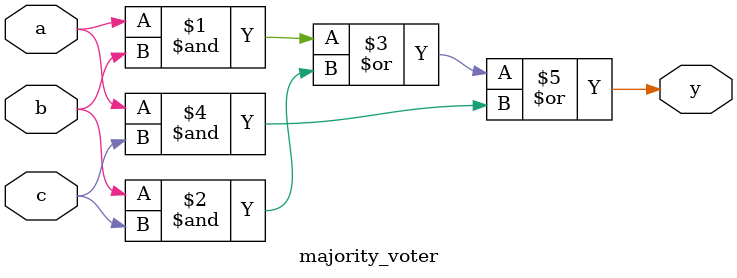
<source format=v>
module majority_voter (
    input a,
    input b,
    input c,
    output y
);
    assign y = (a & b) | (b & c) | (a & c);
endmodule

</source>
